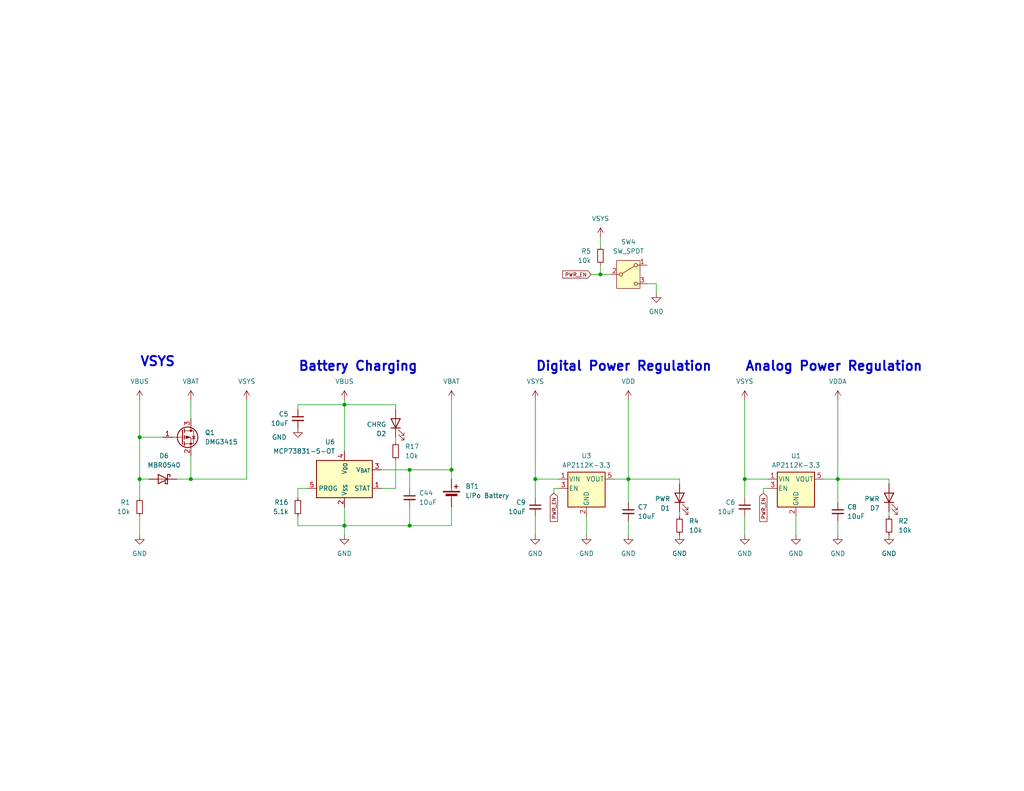
<source format=kicad_sch>
(kicad_sch (version 20231120) (generator "eeschema") (generator_version "8.0")
  (paper "A")
  (title_block (title "pico_synth_sandbox - LiPo Battery Power & Charging") (date "2024-09-08") (rev "3") (comment 3 "pico-synth-sandbox.dcdalrymple.com") (comment 4 "D Cooper Dalrymple"))
  (lib_symbols
    (symbol "Battery_Management:MCP73831-5-OT"
      (property "Reference" "U" (at -7.62 6.35 0))
      (property "Value" "MCP73831-5-OT" (at 1.27 6.35 0))
      (symbol "MCP73831-5-OT_0_1"
        (rectangle (start -7.62 5.08) (end 7.62 -5.08) (stroke (width 0.254)) (fill (type background)))
      )
      (symbol "MCP73831-5-OT_1_1"
        (pin output line (at 10.16 -2.54 180) (length 2.54) (name "STAT") (number "1"))
        (pin power_in line (at 0 -7.62 90) (length 2.54) (name "V_{SS}") (number "2"))
        (pin power_out line (at 10.16 2.54 180) (length 2.54) (name "V_{BAT}") (number "3"))
        (pin power_in line (at 0 7.62 270) (length 2.54) (name "V_{DD}") (number "4"))
        (pin input line (at -10.16 -2.54 0) (length 2.54) (name "PROG") (number "5"))
      )
    )
    (symbol "Device:Battery_Cell" (pin_numbers hide) (pin_names (offset 0) hide)
      (property "Reference" "BT" (at 2.54 2.54 0))
      (property "Value" "Battery_Cell" (at 2.54 0 0))
      (symbol "Battery_Cell_0_1"
        (rectangle (start -2.286 1.778) (end 2.286 1.524) (fill (type outline)))
        (rectangle (start -1.524 1.016) (end 1.524 0.508) (fill (type outline)))
        (polyline (pts (xy 0 0.762) (xy 0 0)))
        (polyline (pts (xy 0 1.778) (xy 0 2.54)))
        (polyline (pts (xy 0.762 3.048) (xy 1.778 3.048)) (stroke (width 0.254)))
        (polyline (pts (xy 1.27 3.556) (xy 1.27 2.54)) (stroke (width 0.254)))
      )
      (symbol "Battery_Cell_1_1"
        (pin passive line (at 0 5.08 270) (length 2.54) (name "+") (number "1"))
        (pin passive line (at 0 -2.54 90) (length 2.54) (name "-") (number "2"))
      )
    )
    (symbol "Device:C_Small" (pin_numbers hide) (pin_names (offset 0.254) hide)
      (property "Reference" "C" (at 0.254 1.778 0))
      (property "Value" "C_Small" (at 0.254 -2.032 0))
      (symbol "C_Small_0_1"
        (polyline (pts (xy -1.524 -0.508) (xy 1.524 -0.508)) (stroke (width 0.3302)))
        (polyline (pts (xy -1.524 0.508) (xy 1.524 0.508)) (stroke (width 0.3048)))
      )
      (symbol "C_Small_1_1"
        (pin passive line (at 0 2.54 270) (length 2.032) (name "~") (number "1"))
        (pin passive line (at 0 -2.54 90) (length 2.032) (name "~") (number "2"))
      )
    )
    (symbol "Device:LED" (pin_numbers hide) (pin_names (offset 1.016) hide)
      (property "Reference" "D" (at 0 2.54 0))
      (property "Value" "LED" (at 0 -2.54 0))
      (symbol "LED_0_1"
        (polyline (pts (xy -1.27 -1.27) (xy -1.27 1.27)) (stroke (width 0.254)))
        (polyline (pts (xy -1.27 0) (xy 1.27 0)))
        (polyline (pts (xy 1.27 -1.27) (xy 1.27 1.27) (xy -1.27 0) (xy 1.27 -1.27)) (stroke (width 0.254)))
        (polyline (pts (xy -3.048 -0.762) (xy -4.572 -2.286) (xy -3.81 -2.286) (xy -4.572 -2.286) (xy -4.572 -1.524)))
        (polyline (pts (xy -1.778 -0.762) (xy -3.302 -2.286) (xy -2.54 -2.286) (xy -3.302 -2.286) (xy -3.302 -1.524)))
      )
      (symbol "LED_1_1"
        (pin passive line (at -3.81 0 0) (length 2.54) (name "K") (number "1"))
        (pin passive line (at 3.81 0 180) (length 2.54) (name "A") (number "2"))
      )
    )
    (symbol "Device:R_Small" (pin_numbers hide) (pin_names (offset 0.254) hide)
      (property "Reference" "R" (at 0.762 0.508 0))
      (property "Value" "R_Small" (at 0.762 -1.016 0))
      (symbol "R_Small_0_1"
        (rectangle (start -0.762 1.778) (end 0.762 -1.778) (stroke (width 0.2032)))
      )
      (symbol "R_Small_1_1"
        (pin passive line (at 0 2.54 270) (length 0.762) (name "~") (number "1"))
        (pin passive line (at 0 -2.54 90) (length 0.762) (name "~") (number "2"))
      )
    )
    (symbol "Diode:MBR0540" (pin_numbers hide) (pin_names (offset 1.016) hide)
      (property "Reference" "D" (at 0 2.54 0))
      (property "Value" "MBR0540" (at 0 -2.54 0))
      (symbol "MBR0540_0_1"
        (polyline (pts (xy 1.27 0) (xy -1.27 0)))
        (polyline (pts (xy 1.27 1.27) (xy 1.27 -1.27) (xy -1.27 0) (xy 1.27 1.27)) (stroke (width 0.254)))
        (polyline (pts (xy -1.905 0.635) (xy -1.905 1.27) (xy -1.27 1.27) (xy -1.27 -1.27) (xy -0.635 -1.27) (xy -0.635 -0.635)) (stroke (width 0.254)))
      )
      (symbol "MBR0540_1_1"
        (pin passive line (at -3.81 0 0) (length 2.54) (name "K") (number "1"))
        (pin passive line (at 3.81 0 180) (length 2.54) (name "A") (number "2"))
      )
    )
    (symbol "Regulator_Linear:AP2112K-3.3" (pin_names (offset 0.254))
      (property "Reference" "U" (at -5.08 5.715 0))
      (property "Value" "AP2112K-3.3" (at 0 5.715 0))
      (symbol "AP2112K-3.3_0_1"
        (rectangle (start -5.08 4.445) (end 5.08 -5.08) (stroke (width 0.254)) (fill (type background)))
      )
      (symbol "AP2112K-3.3_1_1"
        (pin power_in line (at -7.62 2.54 0) (length 2.54) (name "VIN") (number "1"))
        (pin power_in line (at 0 -7.62 90) (length 2.54) (name "GND") (number "2"))
        (pin input line (at -7.62 0 0) (length 2.54) (name "EN") (number "3"))
        (pin no_connect line (at 5.08 0 180) (length 2.54) hide (name "NC") (number "4"))
        (pin power_out line (at 7.62 2.54 180) (length 2.54) (name "VOUT") (number "5"))
      )
    )
    (symbol "Switch:SW_SPDT" (pin_names (offset 0) hide)
      (property "Reference" "SW" (at 0 5.08 0))
      (property "Value" "SW_SPDT" (at 0 -5.08 0))
      (symbol "SW_SPDT_0_1"
        (circle (center -2.032 0) (radius 0.4572))
        (polyline (pts (xy -1.651 0.254) (xy 1.651 2.286)))
        (circle (center 2.032 -2.54) (radius 0.4572))
        (circle (center 2.032 2.54) (radius 0.4572))
      )
      (symbol "SW_SPDT_1_1"
        (rectangle (start -3.175 3.81) (end 3.175 -3.81) (fill (type background)))
        (pin passive line (at 5.08 2.54 180) (length 2.54) (name "A") (number "1"))
        (pin passive line (at -5.08 0 0) (length 2.54) (name "B") (number "2"))
        (pin passive line (at 5.08 -2.54 180) (length 2.54) (name "C") (number "3"))
      )
    )
    (symbol "Transistor_FET:BSS84" (pin_names hide)
      (property "Reference" "Q" (at 5.08 1.905 0))
      (property "Value" "BSS84" (at 5.08 0 0))
      (symbol "BSS84_0_1"
        (polyline (pts (xy 0.254 0) (xy -2.54 0)))
        (polyline (pts (xy 0.254 1.905) (xy 0.254 -1.905)) (stroke (width 0.254)))
        (polyline (pts (xy 0.762 -1.27) (xy 0.762 -2.286)) (stroke (width 0.254)))
        (polyline (pts (xy 0.762 0.508) (xy 0.762 -0.508)) (stroke (width 0.254)))
        (polyline (pts (xy 0.762 2.286) (xy 0.762 1.27)) (stroke (width 0.254)))
        (polyline (pts (xy 2.54 2.54) (xy 2.54 1.778)))
        (polyline (pts (xy 2.54 -2.54) (xy 2.54 0) (xy 0.762 0)))
        (polyline (pts (xy 0.762 1.778) (xy 3.302 1.778) (xy 3.302 -1.778) (xy 0.762 -1.778)))
        (polyline (pts (xy 2.286 0) (xy 1.27 0.381) (xy 1.27 -0.381) (xy 2.286 0)) (fill (type outline)))
        (polyline (pts (xy 2.794 -0.508) (xy 2.921 -0.381) (xy 3.683 -0.381) (xy 3.81 -0.254)))
        (polyline (pts (xy 3.302 -0.381) (xy 2.921 0.254) (xy 3.683 0.254) (xy 3.302 -0.381)))
        (circle (center 1.651 0) (radius 2.794) (stroke (width 0.254)))
        (circle (center 2.54 -1.778) (radius 0.254) (fill (type outline)))
        (circle (center 2.54 1.778) (radius 0.254) (fill (type outline)))
      )
      (symbol "BSS84_1_1"
        (pin input line (at -5.08 0 0) (length 2.54) (name "G") (number "1"))
        (pin passive line (at 2.54 -5.08 90) (length 2.54) (name "S") (number "2"))
        (pin passive line (at 2.54 5.08 270) (length 2.54) (name "D") (number "3"))
      )
    )
    (symbol "pico_synth_sandbox:VBAT" (power) (pin_names (offset 0))
      (property "Value" "VBAT" (at 0 3.81 0))
      (symbol "VBAT_0_1"
        (polyline (pts (xy -0.762 1.27) (xy 0 2.54)))
        (polyline (pts (xy 0 0) (xy 0 2.54)))
        (polyline (pts (xy 0 2.54) (xy 0.762 1.27)))
      )
      (symbol "VBAT_1_1"
        (pin power_in line (at 0 0 90) (length 0) hide (name "VBAT") (number "1"))
      )
    )
    (symbol "pico_synth_sandbox:VSYS" (power) (pin_names (offset 0))
      (property "Value" "VSYS" (at 0 3.81 0))
      (symbol "VSYS_0_1"
        (polyline (pts (xy -0.762 1.27) (xy 0 2.54)))
        (polyline (pts (xy 0 0) (xy 0 2.54)))
        (polyline (pts (xy 0 2.54) (xy 0.762 1.27)))
      )
      (symbol "VSYS_1_1"
        (pin power_in line (at 0 0 90) (length 0) hide (name "VSYS") (number "1"))
      )
    )
    (symbol "power:GND" (power) (pin_names (offset 0))
      (property "Value" "GND" (at 0 -3.81 0))
      (symbol "GND_0_1"
        (polyline (pts (xy 0 0) (xy 0 -1.27) (xy 1.27 -1.27) (xy 0 -2.54) (xy -1.27 -1.27) (xy 0 -1.27)))
      )
      (symbol "GND_1_1"
        (pin power_in line (at 0 0 270) (length 0) hide (name "GND") (number "1"))
      )
    )
    (symbol "power:VBUS" (power) (pin_names (offset 0))
      (property "Value" "VBUS" (at 0 3.81 0))
      (symbol "VBUS_0_1"
        (polyline (pts (xy -0.762 1.27) (xy 0 2.54)))
        (polyline (pts (xy 0 0) (xy 0 2.54)))
        (polyline (pts (xy 0 2.54) (xy 0.762 1.27)))
      )
      (symbol "VBUS_1_1"
        (pin power_in line (at 0 0 90) (length 0) hide (name "VBUS") (number "1"))
      )
    )
    (symbol "power:VDD" (power) (pin_numbers hide) (pin_names (offset 0) hide)
      (property "Value" "VDD" (at 0 3.556 0))
      (symbol "VDD_0_1"
        (polyline (pts (xy -0.762 1.27) (xy 0 2.54)))
        (polyline (pts (xy 0 0) (xy 0 2.54)))
        (polyline (pts (xy 0 2.54) (xy 0.762 1.27)))
      )
      (symbol "VDD_1_1"
        (pin power_in line (at 0 0 90) (length 0) (name "~") (number "1"))
      )
    )
    (symbol "power:VDDA" (power) (pin_numbers hide) (pin_names (offset 0) hide)
      (property "Value" "VDDA" (at 0 3.556 0))
      (symbol "VDDA_0_1"
        (polyline (pts (xy -0.762 1.27) (xy 0 2.54)))
        (polyline (pts (xy 0 0) (xy 0 2.54)))
        (polyline (pts (xy 0 2.54) (xy 0.762 1.27)))
      )
      (symbol "VDDA_1_1"
        (pin power_in line (at 0 0 90) (length 0) (name "~") (number "1"))
      )
    )
  )
  (junction (at 111.76 128.27))
  (junction (at 171.45 130.81))
  (junction (at 93.98 110.49))
  (junction (at 38.1 130.81))
  (junction (at 38.1 119.38))
  (junction (at 93.98 143.51))
  (junction (at 203.2 130.81))
  (junction (at 163.83 74.93))
  (junction (at 123.19 128.27))
  (junction (at 111.76 143.51))
  (junction (at 146.05 130.81))
  (junction (at 228.6 130.81))
  (junction (at 52.07 130.81))
  (wire (pts (xy 123.19 143.51) (xy 111.76 143.51)))
  (wire (pts (xy 123.19 128.27) (xy 123.19 130.81)))
  (wire (pts (xy 93.98 146.05) (xy 93.98 143.51)))
  (wire (pts (xy 203.2 130.81) (xy 209.55 130.81)))
  (wire (pts (xy 123.19 128.27) (xy 111.76 128.27)))
  (wire (pts (xy 163.83 64.77) (xy 163.83 67.31)))
  (wire (pts (xy 179.07 80.01) (xy 179.07 77.47)))
  (wire (pts (xy 203.2 130.81) (xy 203.2 135.89)))
  (wire (pts (xy 93.98 110.49) (xy 107.95 110.49)))
  (wire (pts (xy 52.07 130.81) (xy 67.31 130.81)))
  (wire (pts (xy 123.19 109.22) (xy 123.19 128.27)))
  (wire (pts (xy 146.05 109.22) (xy 146.05 130.81)))
  (wire (pts (xy 38.1 109.22) (xy 38.1 119.38)))
  (wire (pts (xy 107.95 110.49) (xy 107.95 111.76)))
  (wire (pts (xy 111.76 138.43) (xy 111.76 143.51)))
  (wire (pts (xy 38.1 130.81) (xy 38.1 135.89)))
  (wire (pts (xy 228.6 130.81) (xy 242.57 130.81)))
  (wire (pts (xy 111.76 128.27) (xy 104.14 128.27)))
  (wire (pts (xy 151.13 133.35) (xy 152.4 133.35)))
  (wire (pts (xy 93.98 110.49) (xy 93.98 123.19)))
  (wire (pts (xy 146.05 130.81) (xy 152.4 130.81)))
  (wire (pts (xy 81.28 140.97) (xy 81.28 143.51)))
  (wire (pts (xy 151.13 134.62) (xy 151.13 133.35)))
  (wire (pts (xy 163.83 72.39) (xy 163.83 74.93)))
  (wire (pts (xy 228.6 142.24) (xy 228.6 146.05)))
  (wire (pts (xy 160.02 140.97) (xy 160.02 146.05)))
  (wire (pts (xy 48.26 130.81) (xy 52.07 130.81)))
  (wire (pts (xy 111.76 143.51) (xy 93.98 143.51)))
  (wire (pts (xy 81.28 110.49) (xy 81.28 111.76)))
  (wire (pts (xy 146.05 130.81) (xy 146.05 135.89)))
  (wire (pts (xy 228.6 130.81) (xy 224.79 130.81)))
  (wire (pts (xy 163.83 74.93) (xy 166.37 74.93)))
  (wire (pts (xy 38.1 130.81) (xy 40.64 130.81)))
  (wire (pts (xy 38.1 119.38) (xy 38.1 130.81)))
  (wire (pts (xy 38.1 140.97) (xy 38.1 146.05)))
  (wire (pts (xy 217.17 140.97) (xy 217.17 146.05)))
  (wire (pts (xy 83.82 133.35) (xy 81.28 133.35)))
  (wire (pts (xy 93.98 143.51) (xy 93.98 138.43)))
  (wire (pts (xy 228.6 109.22) (xy 228.6 130.81)))
  (wire (pts (xy 93.98 109.22) (xy 93.98 110.49)))
  (wire (pts (xy 242.57 130.81) (xy 242.57 132.08)))
  (wire (pts (xy 146.05 140.97) (xy 146.05 146.05)))
  (wire (pts (xy 185.42 140.97) (xy 185.42 139.7)))
  (wire (pts (xy 38.1 119.38) (xy 44.45 119.38)))
  (wire (pts (xy 185.42 130.81) (xy 185.42 132.08)))
  (wire (pts (xy 171.45 137.16) (xy 171.45 130.81)))
  (wire (pts (xy 203.2 109.22) (xy 203.2 130.81)))
  (wire (pts (xy 93.98 110.49) (xy 81.28 110.49)))
  (wire (pts (xy 179.07 77.47) (xy 176.53 77.47)))
  (wire (pts (xy 123.19 138.43) (xy 123.19 143.51)))
  (wire (pts (xy 107.95 119.38) (xy 107.95 120.65)))
  (wire (pts (xy 171.45 130.81) (xy 185.42 130.81)))
  (wire (pts (xy 81.28 133.35) (xy 81.28 135.89)))
  (wire (pts (xy 242.57 140.97) (xy 242.57 139.7)))
  (wire (pts (xy 104.14 133.35) (xy 107.95 133.35)))
  (wire (pts (xy 208.28 133.35) (xy 208.28 134.62)))
  (wire (pts (xy 209.55 133.35) (xy 208.28 133.35)))
  (wire (pts (xy 171.45 109.22) (xy 171.45 130.81)))
  (wire (pts (xy 52.07 130.81) (xy 52.07 124.46)))
  (wire (pts (xy 171.45 142.24) (xy 171.45 146.05)))
  (wire (pts (xy 203.2 140.97) (xy 203.2 146.05)))
  (wire (pts (xy 111.76 128.27) (xy 111.76 133.35)))
  (wire (pts (xy 228.6 137.16) (xy 228.6 130.81)))
  (wire (pts (xy 171.45 130.81) (xy 167.64 130.81)))
  (wire (pts (xy 107.95 133.35) (xy 107.95 125.73)))
  (wire (pts (xy 81.28 143.51) (xy 93.98 143.51)))
  (wire (pts (xy 67.31 109.22) (xy 67.31 130.81)))
  (wire (pts (xy 161.29 74.93) (xy 163.83 74.93)))
  (wire (pts (xy 52.07 109.22) (xy 52.07 114.3)))
  (text "VSYS" (at 38.1 100.33 0) (effects (font (size 2.54 2.54) (thickness 0.508) (bold yes)) (justify left bottom)))
  (text "Analog Power Regulation" (at 203.2 101.6 0) (effects (font (size 2.54 2.54) (thickness 0.508) (bold yes)) (justify left bottom)))
  (text "Battery Charging" (at 81.28 101.6 0) (effects (font (size 2.54 2.54) (thickness 0.508) (bold yes)) (justify left bottom)))
  (text "Digital Power Regulation" (at 146.05 101.6 0) (effects (font (size 2.54 2.54) (thickness 0.508) (bold yes)) (justify left bottom)))
  (global_label "PWR_EN" (shape input) (at 151.13 134.62 270) (effects (font (size 1 1))) (property "Intersheetrefs" "${INTERSHEET_REFS}" (effects (hide yes))))
  (global_label "PWR_EN" (shape input) (at 161.29 74.93 180) (effects (font (size 1 1))) (property "Intersheetrefs" "${INTERSHEET_REFS}" (effects (hide yes))))
  (global_label "PWR_EN" (shape input) (at 208.28 134.62 270) (effects (font (size 1 1))) (property "Intersheetrefs" "${INTERSHEET_REFS}" (effects (hide yes))))
  (symbol (lib_id "Device:C_Small") (at 171.45 139.7 0) (unit 1)
    (property "Reference" "C7" (at 173.99 138.4363 0) (effects (justify left)))
    (property "Value" "10uF" (at 173.99 140.9763 0) (effects (justify left)))
    (property "Footprint" "Capacitor_SMD:C_0805_2012Metric_Pad1.18x1.45mm_HandSolder" (effects (hide yes)))
  )
  (symbol (lib_id "pico_synth_sandbox:VBAT") (at 123.19 109.22 0) (unit 1)
    (property "Reference" "#PWR0117" (effects (hide yes)))
    (property "Value" "VBAT" (at 123.19 104.14 0))
  )
  (symbol (lib_id "pico_synth_sandbox:VSYS") (at 203.2 109.22 0) (unit 1)
    (property "Reference" "#PWR011" (effects (hide yes)))
    (property "Value" "VSYS" (at 203.2 104.14 0))
    (property "Description" "Power symbol creates a global label with name \"VBUS\"" (effects (hide yes)))
  )
  (symbol (lib_id "power:VDDA") (at 228.6 109.22 0) (unit 1)
    (property "Reference" "#PWR010" (effects (hide yes)))
    (property "Value" "VDDA" (at 228.6 104.14 0))
    (property "Description" "Power symbol creates a global label with name \"VDDA\"" (effects (hide yes)))
  )
  (symbol (lib_id "power:GND") (at 185.42 146.05 0) (unit 1)
    (property "Reference" "#PWR047" (effects (hide yes)))
    (property "Value" "GND" (at 185.42 151.13 0))
  )
  (symbol (lib_id "power:GND") (at 179.07 80.01 0) (unit 1)
    (property "Reference" "#PWR048" (effects (hide yes)))
    (property "Value" "GND" (at 179.07 85.09 0))
  )
  (symbol (lib_id "power:GND") (at 171.45 146.05 0) (unit 1)
    (property "Reference" "#PWR044" (effects (hide yes)))
    (property "Value" "GND" (at 171.45 151.13 0))
  )
  (symbol (lib_id "Device:R_Small") (at 107.95 123.19 0) (unit 1)
    (property "Reference" "R17" (at 110.49 121.9199 0) (effects (justify left)))
    (property "Value" "10k" (at 110.49 124.4599 0) (effects (justify left)))
    (property "Footprint" "Resistor_SMD:R_0805_2012Metric_Pad1.20x1.40mm_HandSolder" (effects (hide yes)))
  )
  (symbol (lib_id "Battery_Management:MCP73831-5-OT") (at 93.98 130.81 0) (unit 1)
    (property "Reference" "U6" (at 91.44 120.65 0) (effects (justify right)))
    (property "Value" "MCP73831-5-OT" (at 91.44 123.19 0) (effects (justify right)))
    (property "Footprint" "Package_TO_SOT_SMD:SOT-23-5" (effects (hide yes)))
    (property "Datasheet" "http://ww1.microchip.com/downloads/en/DeviceDoc/20001984g.pdf" (effects (hide yes)))
  )
  (symbol (lib_id "pico_synth_sandbox:VSYS") (at 67.31 109.22 0) (unit 1)
    (property "Reference" "#PWR046" (effects (hide yes)))
    (property "Value" "VSYS" (at 67.31 104.14 0))
    (property "Description" "Power symbol creates a global label with name \"VBUS\"" (effects (hide yes)))
  )
  (symbol (lib_id "power:GND") (at 242.57 146.05 0) (unit 1)
    (property "Reference" "#PWR09" (effects (hide yes)))
    (property "Value" "GND" (at 242.57 151.13 0))
  )
  (symbol (lib_id "power:GND") (at 93.98 146.05 0) (unit 1)
    (property "Reference" "#PWR0114" (effects (hide yes)))
    (property "Value" "GND" (at 93.98 151.13 0))
  )
  (symbol (lib_id "pico_synth_sandbox:VBAT") (at 52.07 109.22 0) (unit 1)
    (property "Reference" "#PWR039" (effects (hide yes)))
    (property "Value" "VBAT" (at 52.07 104.14 0))
  )
  (symbol (lib_id "power:GND") (at 228.6 146.05 0) (unit 1)
    (property "Reference" "#PWR08" (effects (hide yes)))
    (property "Value" "GND" (at 228.6 151.13 0))
  )
  (symbol (lib_id "Device:C_Small") (at 203.2 138.43 0) (mirror y) (unit 1)
    (property "Reference" "C6" (at 200.66 137.1663 0) (effects (justify left)))
    (property "Value" "10uF" (at 200.66 139.7063 0) (effects (justify left)))
    (property "Footprint" "Capacitor_SMD:C_0805_2012Metric_Pad1.18x1.45mm_HandSolder" (effects (hide yes)))
  )
  (symbol (lib_id "Diode:MBR0540") (at 44.45 130.81 0) (mirror y) (unit 1)
    (property "Reference" "D6" (at 44.7675 124.46 0))
    (property "Value" "MBR0540" (at 44.7675 127 0))
    (property "Footprint" "Diode_SMD:D_SOD-123" (effects (hide yes)))
    (property "Datasheet" "http://www.mccsemi.com/up_pdf/MBR0520~MBR0580(SOD123).pdf" (effects (hide yes)))
    (property "Description" "40V 0.5A Schottky Power Rectifier Diode, SOD-123" (effects (hide yes)))
  )
  (symbol (lib_id "Device:R_Small") (at 81.28 138.43 0) (mirror y) (unit 1)
    (property "Reference" "R16" (at 78.74 137.16 0) (effects (justify left)))
    (property "Value" "5.1k" (at 78.74 139.7 0) (effects (justify left)))
    (property "Footprint" "Resistor_SMD:R_0805_2012Metric_Pad1.20x1.40mm_HandSolder" (effects (hide yes)))
  )
  (symbol (lib_id "Device:LED") (at 242.57 135.89 90) (unit 1)
    (property "Reference" "D7" (at 240.03 138.7475 90) (effects (justify left)))
    (property "Value" "PWR" (at 240.03 136.2075 90) (effects (justify left)))
    (property "Footprint" "LED_SMD:LED_0805_2012Metric_Pad1.15x1.40mm_HandSolder" (effects (hide yes)))
  )
  (symbol (lib_id "Device:R_Small") (at 242.57 143.51 0) (unit 1)
    (property "Reference" "R2" (at 245.11 142.2399 0) (effects (justify left)))
    (property "Value" "10k" (at 245.11 144.7799 0) (effects (justify left)))
    (property "Footprint" "Resistor_SMD:R_0805_2012Metric_Pad1.20x1.40mm_HandSolder" (effects (hide yes)))
  )
  (symbol (lib_id "power:VBUS") (at 93.98 109.22 0) (unit 1)
    (property "Reference" "#PWR0113" (effects (hide yes)))
    (property "Value" "VBUS" (at 93.98 104.14 0))
  )
  (symbol (lib_id "Device:LED") (at 185.42 135.89 90) (unit 1)
    (property "Reference" "D1" (at 182.88 138.7475 90) (effects (justify left)))
    (property "Value" "PWR" (at 182.88 136.2075 90) (effects (justify left)))
    (property "Footprint" "LED_SMD:LED_0805_2012Metric_Pad1.15x1.40mm_HandSolder" (effects (hide yes)))
  )
  (symbol (lib_id "power:GND") (at 160.02 146.05 0) (unit 1)
    (property "Reference" "#PWR043" (effects (hide yes)))
    (property "Value" "GND" (at 160.02 151.13 0))
  )
  (symbol (lib_id "Device:Battery_Cell") (at 123.19 135.89 0) (unit 1)
    (property "Reference" "BT1" (at 127 132.7785 0) (effects (justify left)))
    (property "Value" "LiPo Battery" (at 127 135.3185 0) (effects (justify left)))
    (property "Footprint" "Connector_JST:JST_PH_S2B-PH-SM4-TB_1x02-1MP_P2.00mm_Horizontal" (effects (hide yes)))
  )
  (symbol (lib_id "power:GND") (at 203.2 146.05 0) (unit 1)
    (property "Reference" "#PWR037" (effects (hide yes)))
    (property "Value" "GND" (at 203.2 151.13 0))
  )
  (symbol (lib_id "Transistor_FET:BSS84") (at 49.53 119.38 0) (unit 1)
    (property "Reference" "Q1" (at 55.88 118.1099 0) (effects (justify left)))
    (property "Value" "DMG3415" (at 55.88 120.6499 0) (effects (justify left)))
    (property "Footprint" "Package_TO_SOT_SMD:SOT-23_Handsoldering" (effects (hide yes)))
    (property "Datasheet" "http://assets.nexperia.com/documents/data-sheet/BSS84.pdf" (effects (hide yes)))
  )
  (symbol (lib_id "Device:C_Small") (at 228.6 139.7 0) (unit 1)
    (property "Reference" "C8" (at 231.14 138.4363 0) (effects (justify left)))
    (property "Value" "10uF" (at 231.14 140.9763 0) (effects (justify left)))
    (property "Footprint" "Capacitor_SMD:C_0805_2012Metric_Pad1.18x1.45mm_HandSolder" (effects (hide yes)))
  )
  (symbol (lib_id "Device:R_Small") (at 185.42 143.51 0) (unit 1)
    (property "Reference" "R4" (at 187.96 142.2399 0) (effects (justify left)))
    (property "Value" "10k" (at 187.96 144.7799 0) (effects (justify left)))
    (property "Footprint" "Resistor_SMD:R_0805_2012Metric_Pad1.20x1.40mm_HandSolder" (effects (hide yes)))
  )
  (symbol (lib_id "Regulator_Linear:AP2112K-3.3") (at 160.02 133.35 0) (unit 1)
    (property "Reference" "U3" (at 160.02 124.46 0))
    (property "Value" "AP2112K-3.3" (at 160.02 127 0))
    (property "Footprint" "Package_TO_SOT_SMD:SOT-23-5" (effects (hide yes)))
    (property "Datasheet" "https://www.diodes.com/assets/Datasheets/AP2112.pdf" (effects (hide yes)))
    (property "Description" "600mA low dropout linear regulator, with enable pin, 3.8V-6V input voltage range, 3.3V fixed positive output, SOT-23-5" (effects (hide yes)))
  )
  (symbol (lib_id "Regulator_Linear:AP2112K-3.3") (at 217.17 133.35 0) (unit 1)
    (property "Reference" "U1" (at 217.17 124.46 0))
    (property "Value" "AP2112K-3.3" (at 217.17 127 0))
    (property "Footprint" "Package_TO_SOT_SMD:SOT-23-5" (effects (hide yes)))
    (property "Datasheet" "https://www.diodes.com/assets/Datasheets/AP2112.pdf" (effects (hide yes)))
    (property "Description" "600mA low dropout linear regulator, with enable pin, 3.8V-6V input voltage range, 3.3V fixed positive output, SOT-23-5" (effects (hide yes)))
  )
  (symbol (lib_id "power:GND") (at 146.05 146.05 0) (unit 1)
    (property "Reference" "#PWR042" (effects (hide yes)))
    (property "Value" "GND" (at 146.05 151.13 0))
  )
  (symbol (lib_id "power:GND") (at 38.1 146.05 0) (unit 1)
    (property "Reference" "#PWR041" (effects (hide yes)))
    (property "Value" "GND" (at 38.1 151.13 0))
  )
  (symbol (lib_id "power:VDD") (at 171.45 109.22 0) (unit 1)
    (property "Reference" "#PWR05" (effects (hide yes)))
    (property "Value" "VDD" (at 171.45 104.14 0))
    (property "Description" "Power symbol creates a global label with name \"VDD\"" (effects (hide yes)))
  )
  (symbol (lib_id "Switch:SW_SPDT") (at 171.45 74.93 0) (unit 1)
    (property "Reference" "SW4" (at 171.45 66.04 0))
    (property "Value" "SW_SPDT" (at 171.45 68.58 0))
    (property "Description" "Switch, single pole double throw" (effects (hide yes)))
  )
  (symbol (lib_id "power:GND") (at 217.17 146.05 0) (unit 1)
    (property "Reference" "#PWR02" (effects (hide yes)))
    (property "Value" "GND" (at 217.17 151.13 0))
  )
  (symbol (lib_id "power:GND") (at 81.28 116.84 0) (unit 1)
    (property "Reference" "#PWR038" (effects (hide yes)))
    (property "Value" "GND" (at 76.2 119.38 0))
  )
  (symbol (lib_id "Device:R_Small") (at 163.83 69.85 0) (mirror y) (unit 1)
    (property "Reference" "R5" (at 161.29 68.5799 0) (effects (justify left)))
    (property "Value" "10k" (at 161.29 71.1199 0) (effects (justify left)))
    (property "Footprint" "Resistor_SMD:R_0805_2012Metric_Pad1.20x1.40mm_HandSolder" (effects (hide yes)))
  )
  (symbol (lib_id "pico_synth_sandbox:VSYS") (at 146.05 109.22 0) (unit 1)
    (property "Reference" "#PWR036" (effects (hide yes)))
    (property "Value" "VSYS" (at 146.05 104.14 0))
    (property "Description" "Power symbol creates a global label with name \"VBUS\"" (effects (hide yes)))
  )
  (symbol (lib_id "Device:C_Small") (at 111.76 135.89 0) (unit 1)
    (property "Reference" "C44" (at 114.3 134.6263 0) (effects (justify left)))
    (property "Value" "10uF" (at 114.3 137.1663 0) (effects (justify left)))
    (property "Footprint" "Capacitor_SMD:C_0805_2012Metric_Pad1.18x1.45mm_HandSolder" (effects (hide yes)))
  )
  (symbol (lib_id "pico_synth_sandbox:VSYS") (at 163.83 64.77 0) (unit 1)
    (property "Reference" "#PWR045" (effects (hide yes)))
    (property "Value" "VSYS" (at 163.83 59.69 0))
    (property "Description" "Power symbol creates a global label with name \"VBUS\"" (effects (hide yes)))
  )
  (symbol (lib_id "Device:C_Small") (at 146.05 138.43 0) (mirror y) (unit 1)
    (property "Reference" "C9" (at 143.51 137.1663 0) (effects (justify left)))
    (property "Value" "10uF" (at 143.51 139.7063 0) (effects (justify left)))
    (property "Footprint" "Capacitor_SMD:C_0805_2012Metric_Pad1.18x1.45mm_HandSolder" (effects (hide yes)))
  )
  (symbol (lib_id "Device:LED") (at 107.95 115.57 90) (unit 1)
    (property "Reference" "D2" (at 105.41 118.4275 90) (effects (justify left)))
    (property "Value" "CHRG" (at 105.41 115.8875 90) (effects (justify left)))
    (property "Footprint" "LED_SMD:LED_0805_2012Metric_Pad1.15x1.40mm_HandSolder" (effects (hide yes)))
  )
  (symbol (lib_id "Device:R_Small") (at 38.1 138.43 0) (mirror y) (unit 1)
    (property "Reference" "R1" (at 35.56 137.16 0) (effects (justify left)))
    (property "Value" "10k" (at 35.56 139.7 0) (effects (justify left)))
    (property "Footprint" "Resistor_SMD:R_0805_2012Metric_Pad1.20x1.40mm_HandSolder" (effects (hide yes)))
  )
  (symbol (lib_id "Device:C_Small") (at 81.28 114.3 0) (mirror y) (unit 1)
    (property "Reference" "C5" (at 78.74 113.0363 0) (effects (justify left)))
    (property "Value" "10uF" (at 78.74 115.5763 0) (effects (justify left)))
    (property "Footprint" "Capacitor_SMD:C_0805_2012Metric_Pad1.18x1.45mm_HandSolder" (effects (hide yes)))
  )
  (symbol (lib_id "power:VBUS") (at 38.1 109.22 0) (unit 1)
    (property "Reference" "#PWR040" (effects (hide yes)))
    (property "Value" "VBUS" (at 38.1 104.14 0))
  )
)
</source>
